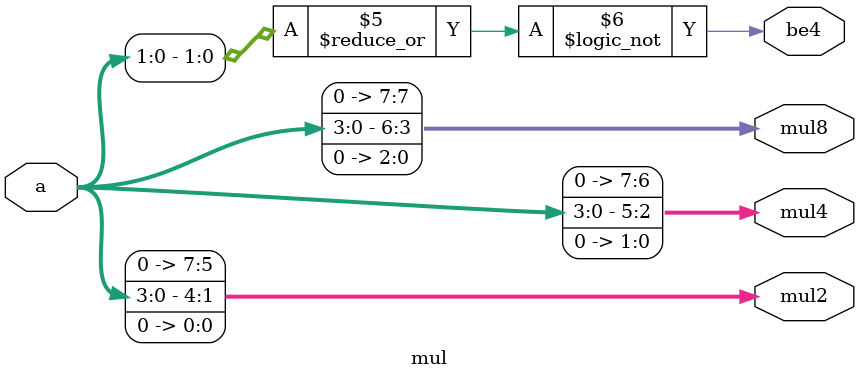
<source format=v>
module mul (
    input  [3:0] a,
    output reg [7:0] mul2,
    output reg [7:0] mul4,
    output reg [7:0] mul8,
    output reg       be4
);
    always @(*) begin
        mul2 = a << 1;
        mul4 = a << 2;
        mul8 = a << 3;
        be4  = ~| a[1:0];
    end
endmodule

</source>
